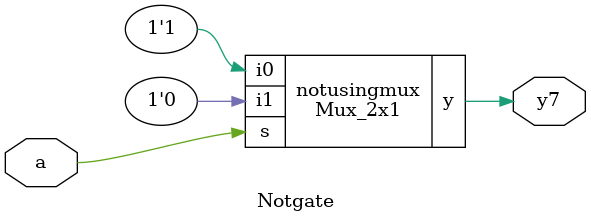
<source format=v>
module Mux_2x1(input i0,i1,s,output y);

assign y=((~s)&i0)|(s&i1);
endmodule

// and gate- inputs 0,b; select line- a
module Andgate(input a,b, output y1);
Mux_2x1 andusingmux(.i0(0),.i1(b),.s(a),.y(y1));
endmodule

//or gate- inputs b,1; select line- a
module Orgate(input a,b, output y2);
Mux_2x1 orusingmux(.i0(b),.i1(1),.s(a),.y(y2));
endmodule

//nand gate- inputs 1,~b; select line- a
module Nandgate(input a,b, output y3);
Mux_2x1 nandusingmux(.i0(1),.i1((~b)),.s(a),.y(y3));
endmodule

//nor gate- inputs ~b,0; select line- a
module Norgate(input a,b, output y4);
Mux_2x1 norusingmux(.i0((~b)),.i1(0),.s(a),.y(y4));
endmodule

//xor gate- inputs b,~b; select line- a
module XORgate(input a,b, output y5);
Mux_2x1 xorusingmux(.i0(b),.i1((~b)),.s(a),.y(y5));
endmodule

//xnor gate- inputs ~b,b; select line- a
module XNORgate(input a,b, output y6);
Mux_2x1 XNORusingmux(.i0((~b)),.i1(b),.s(a),.y(y6));
endmodule

//not gate- inputs 1,0; select line- a
module Notgate(input a, output y7);
Mux_2x1 notusingmux(.i0(1),.i1(0),.s(a),.y(y7));
endmodule



</source>
